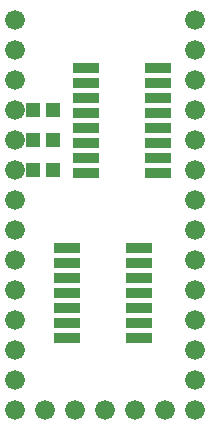
<source format=gbr>
G04 DipTrace 3.3.1.1*
G04 TopMask.gbr*
%MOIN*%
G04 #@! TF.FileFunction,Soldermask,Top*
G04 #@! TF.Part,Single*
%ADD31C,0.065874*%
%ADD33R,0.047244X0.051181*%
%ADD35R,0.087874X0.033874*%
%FSLAX26Y26*%
G04*
G70*
G90*
G75*
G01*
G04 TopMask*
%LPD*%
D35*
X231251Y581249D3*
X473251D3*
X231251Y531249D3*
Y481249D3*
X473251Y531249D3*
Y481249D3*
X231251Y431249D3*
X473251D3*
X231251Y381249D3*
Y331249D3*
X473251Y381249D3*
Y331249D3*
X231251Y281249D3*
X473251D3*
X293751Y1181249D3*
X535751D3*
X293751Y1131249D3*
Y1081249D3*
X535751Y1131249D3*
Y1081249D3*
X293751Y1031249D3*
X535751D3*
X293751Y981249D3*
X535751D3*
X293751Y931249D3*
Y881249D3*
X535751Y931249D3*
Y881249D3*
X293751Y831249D3*
X535751D3*
D33*
X118751Y943751D3*
X185680D3*
X118751Y1043749D3*
X185680D3*
X118751Y843751D3*
X185680D3*
D31*
X58268Y1342913D3*
Y1242913D3*
Y1142913D3*
Y1042913D3*
Y942913D3*
Y842913D3*
Y742913D3*
Y642913D3*
Y542913D3*
Y442913D3*
Y342913D3*
Y242913D3*
Y142913D3*
Y42913D3*
X158268D3*
X258268D3*
X358268D3*
X458268D3*
X558268D3*
X658268D3*
Y142913D3*
Y242913D3*
Y342913D3*
Y442913D3*
Y542913D3*
Y642913D3*
Y742913D3*
Y842913D3*
Y942913D3*
Y1042913D3*
Y1142913D3*
Y1242913D3*
Y1342913D3*
M02*

</source>
